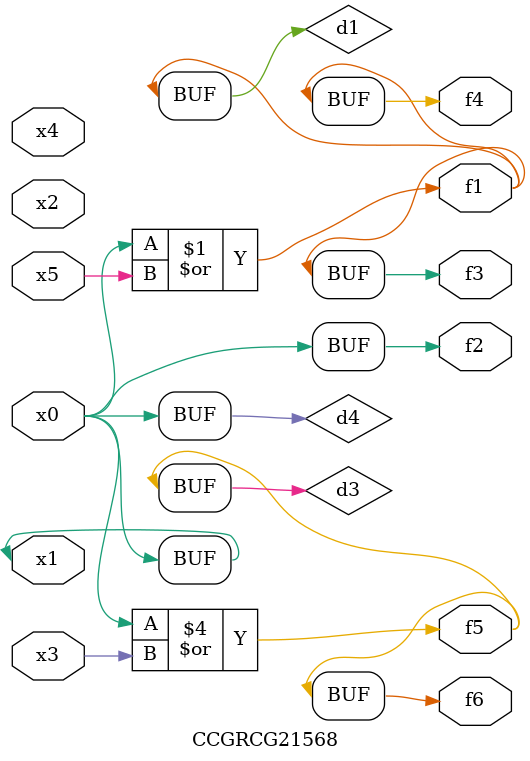
<source format=v>
module CCGRCG21568(
	input x0, x1, x2, x3, x4, x5,
	output f1, f2, f3, f4, f5, f6
);

	wire d1, d2, d3, d4;

	or (d1, x0, x5);
	xnor (d2, x1, x4);
	or (d3, x0, x3);
	buf (d4, x0, x1);
	assign f1 = d1;
	assign f2 = d4;
	assign f3 = d1;
	assign f4 = d1;
	assign f5 = d3;
	assign f6 = d3;
endmodule

</source>
